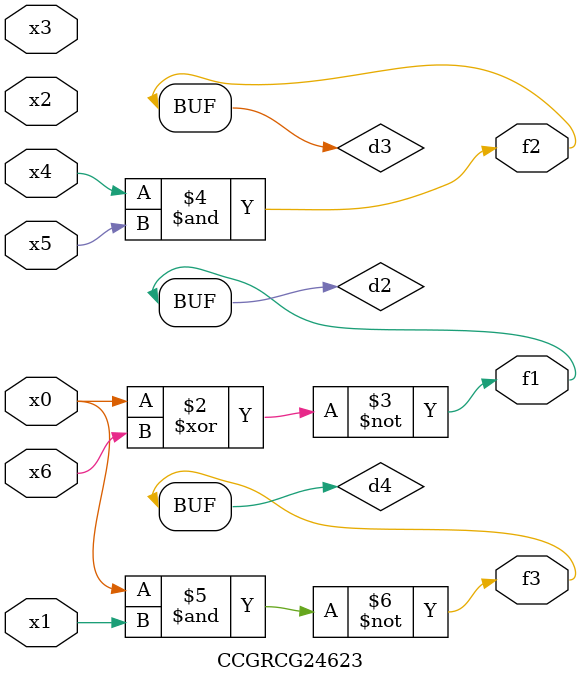
<source format=v>
module CCGRCG24623(
	input x0, x1, x2, x3, x4, x5, x6,
	output f1, f2, f3
);

	wire d1, d2, d3, d4;

	nor (d1, x0);
	xnor (d2, x0, x6);
	and (d3, x4, x5);
	nand (d4, x0, x1);
	assign f1 = d2;
	assign f2 = d3;
	assign f3 = d4;
endmodule

</source>
